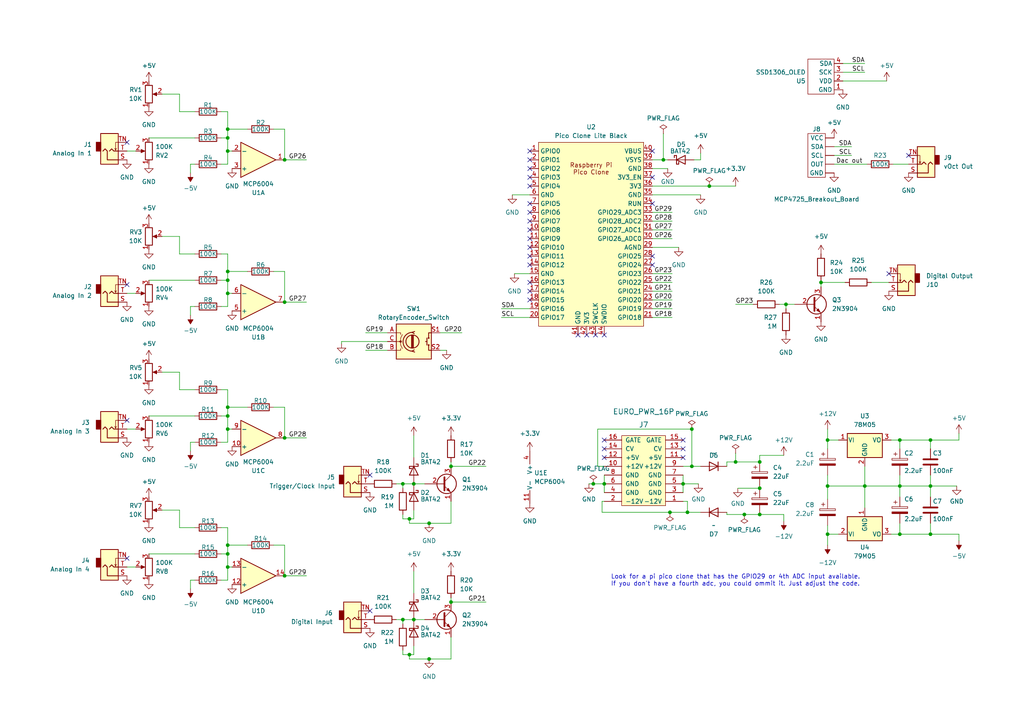
<source format=kicad_sch>
(kicad_sch (version 20230121) (generator eeschema)
  (paper "A4")
  (title_block (title "Pi Pico Random Looping Sequencer") (date "2025-03-12") (rev "0.1.0") (company "DIYSynthMNL") (comment 1 "Designed by Neo Recasata"))
  (junction (at 66.04 85.09))
  (junction (at 240.03 127.635))
  (junction (at 250.825 140.97))
  (junction (at 66.04 40.005))
  (junction (at 124.46 151.765))
  (junction (at 227.965 88.265))
  (junction (at 118.745 150.495))
  (junction (at 172.085 140.335))
  (junction (at 66.04 160.655))
  (junction (at 66.04 164.465))
  (junction (at 240.03 140.97))
  (junction (at 66.04 81.28))
  (junction (at 66.04 158.115))
  (junction (at 192.405 46.355))
  (junction (at 120.015 140.335))
  (junction (at 175.26 140.335))
  (junction (at 220.345 141.605))
  (junction (at 66.04 43.815))
  (junction (at 220.345 149.225))
  (junction (at 124.46 191.135))
  (junction (at 82.55 87.63))
  (junction (at 82.55 46.355))
  (junction (at 82.55 167.005))
  (junction (at 269.875 127.635))
  (junction (at 82.55 127))
  (junction (at 66.04 118.11))
  (junction (at 116.84 179.705))
  (junction (at 200.66 135.255))
  (junction (at 66.04 78.74))
  (junction (at 260.985 140.97))
  (junction (at 260.985 154.94))
  (junction (at 116.84 140.335))
  (junction (at 120.015 179.705))
  (junction (at 215.9 149.225))
  (junction (at 260.985 127.635))
  (junction (at 220.345 133.985))
  (junction (at 66.04 124.46))
  (junction (at 269.875 140.97))
  (junction (at 238.125 81.915))
  (junction (at 198.12 140.335))
  (junction (at 199.39 148.59))
  (junction (at 240.03 154.94))
  (junction (at 118.745 189.865))
  (junction (at 213.36 133.985))
  (junction (at 269.875 154.94))
  (junction (at 130.81 174.625))
  (junction (at 130.81 135.255))
  (junction (at 200.66 124.46))
  (junction (at 205.74 53.975))
  (junction (at 194.31 148.59))
  (junction (at 66.04 37.465))
  (junction (at 66.04 120.65))
  (no_connect (at 36.83 121.92))
  (no_connect (at 153.67 51.435))
  (no_connect (at 153.67 64.135))
  (no_connect (at 175.26 130.175))
  (no_connect (at 175.26 97.155))
  (no_connect (at 189.23 43.815))
  (no_connect (at 153.67 43.815))
  (no_connect (at 153.67 71.755))
  (no_connect (at 198.12 127.635))
  (no_connect (at 167.64 97.155))
  (no_connect (at 153.67 69.215))
  (no_connect (at 170.18 97.155))
  (no_connect (at 172.72 97.155))
  (no_connect (at 175.26 132.715))
  (no_connect (at 153.67 66.675))
  (no_connect (at 263.525 45.085))
  (no_connect (at 198.12 130.175))
  (no_connect (at 189.23 51.435))
  (no_connect (at 257.81 79.375))
  (no_connect (at 153.67 53.975))
  (no_connect (at 153.67 61.595))
  (no_connect (at 153.67 81.915))
  (no_connect (at 189.23 76.835))
  (no_connect (at 107.315 137.795))
  (no_connect (at 107.315 177.165))
  (no_connect (at 153.67 84.455))
  (no_connect (at 36.83 41.275))
  (no_connect (at 175.26 127.635))
  (no_connect (at 189.23 59.055))
  (no_connect (at 153.67 86.995))
  (no_connect (at 198.12 132.715))
  (no_connect (at 36.83 82.55))
  (no_connect (at 153.67 48.895))
  (no_connect (at 153.67 46.355))
  (no_connect (at 153.67 74.295))
  (no_connect (at 36.83 161.925))
  (no_connect (at 153.67 59.055))
  (no_connect (at 153.67 76.835))
  (no_connect (at 189.23 74.295))
  (wire (pts (xy 66.04 88.9) (xy 66.04 85.09)))
  (wire (pts (xy 269.875 140.97) (xy 269.875 144.145)))
  (wire (pts (xy 175.26 145.415) (xy 174.625 145.415)))
  (wire (pts (xy 260.985 127.635) (xy 260.985 130.175)))
  (wire (pts (xy 52.07 32.385) (xy 56.515 32.385)))
  (wire (pts (xy 199.39 148.59) (xy 199.39 145.415)))
  (wire (pts (xy 52.07 153.035) (xy 56.515 153.035)))
  (wire (pts (xy 269.875 154.94) (xy 278.13 154.94)))
  (wire (pts (xy 71.755 37.465) (xy 66.04 37.465)))
  (wire (pts (xy 205.74 53.975) (xy 213.36 53.975)))
  (wire (pts (xy 189.23 69.215) (xy 194.945 69.215)))
  (wire (pts (xy 116.84 150.495) (xy 118.745 150.495)))
  (wire (pts (xy 130.81 133.985) (xy 130.81 135.255)))
  (wire (pts (xy 203.2 44.45) (xy 203.2 46.355)))
  (wire (pts (xy 52.07 73.66) (xy 56.515 73.66)))
  (wire (pts (xy 252.73 81.915) (xy 257.81 81.915)))
  (wire (pts (xy 36.83 43.815) (xy 39.37 43.815)))
  (wire (pts (xy 175.26 140.335) (xy 175.26 142.875)))
  (wire (pts (xy 99.06 99.06) (xy 99.06 99.695)))
  (wire (pts (xy 240.03 124.46) (xy 240.03 127.635)))
  (wire (pts (xy 55.245 47.625) (xy 55.245 50.165)))
  (wire (pts (xy 189.23 84.455) (xy 194.945 84.455)))
  (wire (pts (xy 213.36 88.265) (xy 218.44 88.265)))
  (wire (pts (xy 116.84 189.865) (xy 118.745 189.865)))
  (wire (pts (xy 64.135 47.625) (xy 66.04 47.625)))
  (wire (pts (xy 240.03 152.4) (xy 240.03 154.94)))
  (wire (pts (xy 174.625 148.59) (xy 194.31 148.59)))
  (wire (pts (xy 241.935 42.545) (xy 247.015 42.545)))
  (wire (pts (xy 227.965 88.265) (xy 227.965 89.535)))
  (wire (pts (xy 130.81 173.355) (xy 130.81 174.625)))
  (wire (pts (xy 46.99 27.305) (xy 52.07 27.305)))
  (wire (pts (xy 189.23 79.375) (xy 194.945 79.375)))
  (wire (pts (xy 173.355 135.255) (xy 173.355 124.46)))
  (wire (pts (xy 269.875 137.795) (xy 269.875 140.97)))
  (wire (pts (xy 240.03 130.175) (xy 240.03 127.635)))
  (wire (pts (xy 240.03 154.94) (xy 243.205 154.94)))
  (wire (pts (xy 118.745 189.865) (xy 120.015 189.865)))
  (wire (pts (xy 260.985 154.94) (xy 258.445 154.94)))
  (wire (pts (xy 130.81 184.785) (xy 130.81 191.135)))
  (wire (pts (xy 67.31 85.09) (xy 66.04 85.09)))
  (wire (pts (xy 66.04 78.74) (xy 66.04 81.28)))
  (wire (pts (xy 127.635 101.6) (xy 129.54 101.6)))
  (wire (pts (xy 64.135 153.035) (xy 66.04 153.035)))
  (wire (pts (xy 258.445 127.635) (xy 260.985 127.635)))
  (wire (pts (xy 240.03 137.795) (xy 240.03 140.97)))
  (wire (pts (xy 130.81 135.255) (xy 140.97 135.255)))
  (wire (pts (xy 175.26 137.795) (xy 175.26 140.335)))
  (wire (pts (xy 250.825 135.255) (xy 250.825 140.97)))
  (wire (pts (xy 79.375 118.11) (xy 82.55 118.11)))
  (wire (pts (xy 64.135 32.385) (xy 66.04 32.385)))
  (wire (pts (xy 64.135 120.65) (xy 66.04 120.65)))
  (wire (pts (xy 278.13 125.73) (xy 278.13 127.635)))
  (wire (pts (xy 260.985 140.97) (xy 250.825 140.97)))
  (wire (pts (xy 82.55 37.465) (xy 82.55 46.355)))
  (wire (pts (xy 66.04 120.65) (xy 66.04 124.46)))
  (wire (pts (xy 153.67 89.535) (xy 145.415 89.535)))
  (wire (pts (xy 189.23 53.975) (xy 205.74 53.975)))
  (wire (pts (xy 67.31 124.46) (xy 66.04 124.46)))
  (wire (pts (xy 82.55 167.005) (xy 88.9 167.005)))
  (wire (pts (xy 238.125 81.915) (xy 245.11 81.915)))
  (wire (pts (xy 203.2 46.355) (xy 201.295 46.355)))
  (wire (pts (xy 36.83 124.46) (xy 39.37 124.46)))
  (wire (pts (xy 227.33 149.225) (xy 220.345 149.225)))
  (wire (pts (xy 116.84 179.705) (xy 114.935 179.705)))
  (wire (pts (xy 66.04 168.275) (xy 66.04 164.465)))
  (wire (pts (xy 82.55 87.63) (xy 88.9 87.63)))
  (wire (pts (xy 116.84 140.335) (xy 114.935 140.335)))
  (wire (pts (xy 64.135 81.28) (xy 66.04 81.28)))
  (wire (pts (xy 269.875 127.635) (xy 278.13 127.635)))
  (wire (pts (xy 153.67 92.075) (xy 145.415 92.075)))
  (wire (pts (xy 67.31 43.815) (xy 66.04 43.815)))
  (wire (pts (xy 82.55 127) (xy 88.9 127)))
  (wire (pts (xy 82.55 118.11) (xy 82.55 127)))
  (wire (pts (xy 56.515 88.9) (xy 55.245 88.9)))
  (wire (pts (xy 82.55 78.74) (xy 82.55 87.63)))
  (wire (pts (xy 118.745 191.135) (xy 124.46 191.135)))
  (wire (pts (xy 52.07 107.95) (xy 52.07 113.03)))
  (wire (pts (xy 260.985 140.97) (xy 269.875 140.97)))
  (wire (pts (xy 118.745 150.495) (xy 118.745 151.765)))
  (wire (pts (xy 66.04 37.465) (xy 66.04 40.005)))
  (wire (pts (xy 175.26 135.255) (xy 173.355 135.255)))
  (wire (pts (xy 194.31 148.59) (xy 199.39 148.59)))
  (wire (pts (xy 240.03 140.97) (xy 250.825 140.97)))
  (wire (pts (xy 210.82 148.59) (xy 210.82 149.225)))
  (wire (pts (xy 106.045 101.6) (xy 112.395 101.6)))
  (wire (pts (xy 36.83 164.465) (xy 39.37 164.465)))
  (wire (pts (xy 43.18 81.28) (xy 56.515 81.28)))
  (wire (pts (xy 55.245 88.9) (xy 55.245 91.44)))
  (wire (pts (xy 269.875 151.765) (xy 269.875 154.94)))
  (wire (pts (xy 193.675 48.895) (xy 189.23 48.895)))
  (wire (pts (xy 66.04 153.035) (xy 66.04 158.115)))
  (wire (pts (xy 120.015 126.365) (xy 120.015 132.715)))
  (wire (pts (xy 189.23 46.355) (xy 192.405 46.355)))
  (wire (pts (xy 52.07 68.58) (xy 52.07 73.66)))
  (wire (pts (xy 241.935 45.085) (xy 247.015 45.085)))
  (wire (pts (xy 127.635 96.52) (xy 133.985 96.52)))
  (wire (pts (xy 46.99 107.95) (xy 52.07 107.95)))
  (wire (pts (xy 199.39 145.415) (xy 198.12 145.415)))
  (wire (pts (xy 148.59 56.515) (xy 153.67 56.515)))
  (wire (pts (xy 64.135 73.66) (xy 66.04 73.66)))
  (wire (pts (xy 36.83 85.09) (xy 39.37 85.09)))
  (wire (pts (xy 52.07 147.955) (xy 52.07 153.035)))
  (wire (pts (xy 244.475 20.955) (xy 250.825 20.955)))
  (wire (pts (xy 170.815 140.335) (xy 172.085 140.335)))
  (wire (pts (xy 198.12 140.335) (xy 198.12 142.875)))
  (wire (pts (xy 220.345 132.08) (xy 220.345 133.985)))
  (wire (pts (xy 79.375 158.115) (xy 82.55 158.115)))
  (wire (pts (xy 260.985 140.97) (xy 260.985 144.145)))
  (wire (pts (xy 120.015 165.735) (xy 120.015 172.085)))
  (wire (pts (xy 118.745 189.865) (xy 118.745 191.135)))
  (wire (pts (xy 189.23 89.535) (xy 194.945 89.535)))
  (wire (pts (xy 112.395 99.06) (xy 99.06 99.06)))
  (wire (pts (xy 198.12 137.795) (xy 198.12 140.335)))
  (wire (pts (xy 64.135 160.655) (xy 66.04 160.655)))
  (wire (pts (xy 200.66 135.255) (xy 203.2 135.255)))
  (wire (pts (xy 269.875 140.97) (xy 277.495 140.97)))
  (wire (pts (xy 240.03 127.635) (xy 243.205 127.635)))
  (wire (pts (xy 189.23 56.515) (xy 203.2 56.515)))
  (wire (pts (xy 118.745 150.495) (xy 120.015 150.495)))
  (wire (pts (xy 66.04 118.11) (xy 66.04 120.65)))
  (wire (pts (xy 189.23 66.675) (xy 194.945 66.675)))
  (wire (pts (xy 259.08 47.625) (xy 263.525 47.625)))
  (wire (pts (xy 241.935 47.625) (xy 251.46 47.625)))
  (wire (pts (xy 66.04 158.115) (xy 66.04 160.655)))
  (wire (pts (xy 52.07 27.305) (xy 52.07 32.385)))
  (wire (pts (xy 269.875 130.175) (xy 269.875 127.635)))
  (wire (pts (xy 200.66 135.255) (xy 198.12 135.255)))
  (wire (pts (xy 240.03 140.97) (xy 240.03 144.78)))
  (wire (pts (xy 198.12 140.335) (xy 202.565 140.335)))
  (wire (pts (xy 189.23 71.755) (xy 196.85 71.755)))
  (wire (pts (xy 250.825 140.97) (xy 250.825 147.32)))
  (wire (pts (xy 213.36 131.445) (xy 213.36 133.985)))
  (wire (pts (xy 66.04 81.28) (xy 66.04 85.09)))
  (wire (pts (xy 203.2 148.59) (xy 199.39 148.59)))
  (wire (pts (xy 64.135 113.03) (xy 66.04 113.03)))
  (wire (pts (xy 130.81 145.415) (xy 130.81 151.765)))
  (wire (pts (xy 120.015 150.495) (xy 120.015 147.955)))
  (wire (pts (xy 227.33 151.13) (xy 227.33 149.225)))
  (wire (pts (xy 116.84 141.605) (xy 116.84 140.335)))
  (wire (pts (xy 124.46 191.135) (xy 130.81 191.135)))
  (wire (pts (xy 116.84 150.495) (xy 116.84 149.225)))
  (wire (pts (xy 189.23 92.075) (xy 194.945 92.075)))
  (wire (pts (xy 173.355 124.46) (xy 200.66 124.46)))
  (wire (pts (xy 210.82 133.985) (xy 213.36 133.985)))
  (wire (pts (xy 210.82 135.255) (xy 210.82 133.985)))
  (wire (pts (xy 66.04 160.655) (xy 66.04 164.465)))
  (wire (pts (xy 269.875 154.94) (xy 260.985 154.94)))
  (wire (pts (xy 260.985 151.765) (xy 260.985 154.94)))
  (wire (pts (xy 213.995 141.605) (xy 220.345 141.605)))
  (wire (pts (xy 189.23 61.595) (xy 194.945 61.595)))
  (wire (pts (xy 66.04 128.27) (xy 66.04 124.46)))
  (wire (pts (xy 71.755 118.11) (xy 66.04 118.11)))
  (wire (pts (xy 64.135 128.27) (xy 66.04 128.27)))
  (wire (pts (xy 116.84 180.975) (xy 116.84 179.705)))
  (wire (pts (xy 244.475 18.415) (xy 250.825 18.415)))
  (wire (pts (xy 189.23 64.135) (xy 194.945 64.135)))
  (wire (pts (xy 64.135 88.9) (xy 66.04 88.9)))
  (wire (pts (xy 118.745 151.765) (xy 124.46 151.765)))
  (wire (pts (xy 120.015 179.705) (xy 116.84 179.705)))
  (wire (pts (xy 120.015 189.865) (xy 120.015 187.325)))
  (wire (pts (xy 66.04 47.625) (xy 66.04 43.815)))
  (wire (pts (xy 123.19 140.335) (xy 120.015 140.335)))
  (wire (pts (xy 116.84 189.865) (xy 116.84 188.595)))
  (wire (pts (xy 52.07 113.03) (xy 56.515 113.03)))
  (wire (pts (xy 79.375 78.74) (xy 82.55 78.74)))
  (wire (pts (xy 269.875 127.635) (xy 260.985 127.635)))
  (wire (pts (xy 226.06 88.265) (xy 227.965 88.265)))
  (wire (pts (xy 240.03 154.94) (xy 240.03 158.115)))
  (wire (pts (xy 55.245 168.275) (xy 55.245 170.815)))
  (wire (pts (xy 66.04 40.005) (xy 66.04 43.815)))
  (wire (pts (xy 66.04 32.385) (xy 66.04 37.465)))
  (wire (pts (xy 192.405 46.355) (xy 193.675 46.355)))
  (wire (pts (xy 238.125 81.28) (xy 238.125 81.915)))
  (wire (pts (xy 189.23 81.915) (xy 194.945 81.915)))
  (wire (pts (xy 189.23 86.995) (xy 194.945 86.995)))
  (wire (pts (xy 66.04 73.66) (xy 66.04 78.74)))
  (wire (pts (xy 56.515 47.625) (xy 55.245 47.625)))
  (wire (pts (xy 227.33 132.08) (xy 220.345 132.08)))
  (wire (pts (xy 64.135 40.005) (xy 66.04 40.005)))
  (wire (pts (xy 82.55 158.115) (xy 82.55 167.005)))
  (wire (pts (xy 56.515 168.275) (xy 55.245 168.275)))
  (wire (pts (xy 278.13 154.94) (xy 278.13 156.845)))
  (wire (pts (xy 71.755 78.74) (xy 66.04 78.74)))
  (wire (pts (xy 215.9 149.225) (xy 220.345 149.225)))
  (wire (pts (xy 106.045 96.52) (xy 112.395 96.52)))
  (wire (pts (xy 174.625 145.415) (xy 174.625 148.59)))
  (wire (pts (xy 71.755 158.115) (xy 66.04 158.115)))
  (wire (pts (xy 43.18 40.005) (xy 56.515 40.005)))
  (wire (pts (xy 172.085 140.335) (xy 175.26 140.335)))
  (wire (pts (xy 210.82 149.225) (xy 215.9 149.225)))
  (wire (pts (xy 79.375 37.465) (xy 82.55 37.465)))
  (wire (pts (xy 67.31 164.465) (xy 66.04 164.465)))
  (wire (pts (xy 46.99 68.58) (xy 52.07 68.58)))
  (wire (pts (xy 149.225 79.375) (xy 153.67 79.375)))
  (wire (pts (xy 244.475 23.495) (xy 257.175 23.495)))
  (wire (pts (xy 238.125 81.915) (xy 238.125 83.185)))
  (wire (pts (xy 64.135 168.275) (xy 66.04 168.275)))
  (wire (pts (xy 192.405 38.735) (xy 192.405 46.355)))
  (wire (pts (xy 43.18 120.65) (xy 56.515 120.65)))
  (wire (pts (xy 130.81 174.625) (xy 140.97 174.625)))
  (wire (pts (xy 124.46 151.765) (xy 130.81 151.765)))
  (wire (pts (xy 55.245 128.27) (xy 55.245 130.81)))
  (wire (pts (xy 123.19 179.705) (xy 120.015 179.705)))
  (wire (pts (xy 227.965 88.265) (xy 230.505 88.265)))
  (wire (pts (xy 260.985 137.795) (xy 260.985 140.97)))
  (wire (pts (xy 46.99 147.955) (xy 52.07 147.955)))
  (wire (pts (xy 43.18 160.655) (xy 56.515 160.655)))
  (wire (pts (xy 66.04 113.03) (xy 66.04 118.11)))
  (wire (pts (xy 82.55 46.355) (xy 88.9 46.355)))
  (wire (pts (xy 120.015 140.335) (xy 116.84 140.335)))
  (wire (pts (xy 200.66 124.46) (xy 200.66 135.255)))
  (wire (pts (xy 213.36 133.985) (xy 220.345 133.985)))
  (wire (pts (xy 56.515 128.27) (xy 55.245 128.27)))
  (text "Look for a pi pico clone that has the GPIO29 or 4th ADC input available.\nIf you don't have a fourth adc, you could ommit it. Just adjust the code." (at 177.165 170.18 0) (effects (font (size 1.27 1.27)) (justify left bottom)))
  (label "SCL" (at 247.015 45.085 180))
  (label "Dac out" (at 250.19 47.625 180))
  (label "GP23" (at 194.945 79.375 180))
  (label "GP27" (at 194.945 66.675 180))
  (label "GP29" (at 194.945 61.595 180))
  (label "SCL" (at 250.825 20.955 180))
  (label "SDA" (at 247.015 42.545 180))
  (label "GP21" (at 140.97 174.625 180))
  (label "GP21" (at 194.945 84.455 180))
  (label "GP20" (at 194.945 86.995 180))
  (label "GP29" (at 88.9 167.005 180))
  (label "GP23" (at 213.36 88.265 0))
  (label "SDA" (at 145.415 89.535 0))
  (label "GP19" (at 194.945 89.535 180))
  (label "GP20" (at 133.985 96.52 180))
  (label "GP18" (at 106.045 101.6 0))
  (label "GP26" (at 194.945 69.215 180))
  (label "GP22" (at 140.97 135.255 180))
  (label "GP28" (at 88.9 127 180))
  (label "GP26" (at 88.9 46.355 180))
  (label "GP19" (at 106.045 96.52 0))
  (label "GP27" (at 88.9 87.63 180))
  (label "GP22" (at 194.945 81.915 180))
  (label "SDA" (at 250.825 18.415 180))
  (label "GP28" (at 194.945 64.135 180))
  (label "SCL" (at 145.415 92.075 0))
  (label "GP18" (at 194.945 92.075 180))
  (symbol (lib_id "Device:R") (at 60.325 168.275 90) (mirror x) (unit 1)
    (property "Reference" "R16" (at 60.325 166.37 90))
    (property "Value" "100K" (at 60.325 168.275 90))
    (property "Footprint" "DIYSynthMNL:R_quarter_watt_L6.3mm_D2.5mm_P7.62mm" (effects hide))
  )
  (symbol (lib_id "DIYSynthMNL:PJ3001F") (at 31.75 164.465 0) (mirror x) (unit 1)
    (property "Reference" "J4" (at 26.035 162.56 0) (effects (justify right)))
    (property "Value" "Analog In 4" (at 26.035 165.1 0) (effects (justify right)))
    (property "Footprint" "DIYSynthMNL:AudioJack_3.5mm_long_pads" (effects hide))
  )
  (symbol (lib_id "power:+5V") (at 238.125 73.66 0) (unit 1)
    (property "Reference" "#PWR020" (effects hide))
    (property "Value" "+5V" (at 238.125 68.58 0))
  )
  (symbol (lib_id "power:GND") (at 227.965 97.155 0) (unit 1)
    (property "Reference" "#PWR028" (effects hide))
    (property "Value" "GND" (at 227.965 102.235 0))
  )
  (symbol (lib_id "power:+5V") (at 43.18 144.145 0) (unit 1)
    (property "Reference" "#PWR048" (effects hide))
    (property "Value" "+5V" (at 43.18 139.7 0))
  )
  (symbol (lib_id "power:GND") (at 193.675 48.895 0) (unit 1)
    (property "Reference" "#PWR09" (effects hide))
    (property "Value" "GND" (at 193.675 52.705 0))
  )
  (symbol (lib_id "Device:R") (at 75.565 78.74 90) (unit 1)
    (property "Reference" "R6" (at 75.565 76.835 90))
    (property "Value" "100K" (at 75.565 78.74 90))
    (property "Footprint" "DIYSynthMNL:R_quarter_watt_L6.3mm_D2.5mm_P7.62mm" (effects hide))
  )
  (symbol (lib_id "Device:R_Potentiometer") (at 43.18 147.955 0) (mirror x) (unit 1)
    (property "Reference" "RV7" (at 41.275 146.685 0) (effects (justify right)))
    (property "Value" "10K" (at 41.275 149.225 0) (effects (justify right)))
  )
  (symbol (lib_id "Device:R") (at 130.81 169.545 0) (unit 1)
    (property "Reference" "R20" (at 133.35 168.275 0) (effects (justify left)))
    (property "Value" "10K" (at 133.35 170.815 0) (effects (justify left)))
    (property "Footprint" "DIYSynthMNL:R_quarter_watt_L6.3mm_D2.5mm_P7.62mm" (effects hide))
  )
  (symbol (lib_id "Transistor_BJT:2N3904") (at 128.27 140.335 0) (unit 1)
    (property "Reference" "Q1" (at 133.985 139.065 0) (effects (justify left)))
    (property "Value" "2N3904" (at 133.985 141.605 0) (effects (justify left)))
    (property "Footprint" "Package_TO_SOT_THT:TO-92_Inline" (effects hide))
    (property "Datasheet" "https://www.onsemi.com/pub/Collateral/2N3903-D.PDF" (effects hide))
  )
  (symbol (lib_id "DIYSynthMNL:EURO_PWR_16_PIN") (at 186.69 140.335 0) (unit 1)
    (property "Reference" "J7" (at 186.69 123.19 0) (effects (font (size 1.524 1.524))))
    (property "Value" "EURO_PWR_16P" (at 186.69 119.38 0) (effects (font (size 1.524 1.524))))
    (property "Footprint" "DIYSynthMNL:IDC-Header_2x08_P2.54mm_Vertical" (effects hide))
  )
  (symbol (lib_id "power:GND") (at 36.83 127 0) (unit 1)
    (property "Reference" "#PWR037" (effects hide))
    (property "Value" "GND" (at 36.83 132.08 0))
  )
  (symbol (lib_id "power:GND") (at 43.18 151.765 0) (unit 1)
    (property "Reference" "#PWR051" (effects hide))
    (property "Value" "GND" (at 43.18 156.845 0))
  )
  (symbol (lib_id "power:GND") (at 257.81 84.455 0) (unit 1)
    (property "Reference" "#PWR022" (effects hide))
    (property "Value" "GND" (at 257.81 89.535 0))
  )
  (symbol (lib_id "DIYSynthMNL:PJ3001F") (at 102.235 179.705 0) (mirror x) (unit 1)
    (property "Reference" "J6" (at 96.52 177.8 0) (effects (justify right)))
    (property "Value" "Digital Input" (at 96.52 180.34 0) (effects (justify right)))
    (property "Footprint" "DIYSynthMNL:AudioJack_3.5mm_long_pads" (effects hide))
  )
  (symbol (lib_id "power:+3.3V") (at 213.36 53.975 0) (unit 1)
    (property "Reference" "#PWR014" (effects hide))
    (property "Value" "+3.3V" (at 213.36 48.895 0))
  )
  (symbol (lib_id "Diode:BAT42") (at 120.015 183.515 270) (unit 1)
    (property "Reference" "D4" (at 121.92 182.245 90) (effects (justify left)))
    (property "Value" "BAT42" (at 121.92 184.15 90) (effects (justify left)))
    (property "Footprint" "Diode_THT:D_DO-35_SOD27_P7.62mm_Horizontal" (effects hide))
    (property "Datasheet" "http://www.vishay.com/docs/85660/bat42.pdf" (effects hide))
  )
  (symbol (lib_id "power:GND") (at 43.18 31.115 0) (unit 1)
    (property "Reference" "#PWR04" (effects hide))
    (property "Value" "GND" (at 43.18 36.195 0))
  )
  (symbol (lib_id "power:GND") (at 202.565 140.335 0) (unit 1)
    (property "Reference" "#PWR044" (effects hide))
    (property "Value" "GND" (at 202.565 144.78 0))
  )
  (symbol (lib_id "Device:R") (at 75.565 37.465 90) (unit 1)
    (property "Reference" "R2" (at 75.565 35.56 90))
    (property "Value" "100K" (at 75.565 37.465 90))
    (property "Footprint" "DIYSynthMNL:R_quarter_watt_L6.3mm_D2.5mm_P7.62mm" (effects hide))
  )
  (symbol (lib_id "power:GND") (at 43.18 168.275 0) (unit 1)
    (property "Reference" "#PWR058" (effects hide))
    (property "Value" "GND" (at 43.18 173.355 0))
  )
  (symbol (lib_id "Diode:BAT42") (at 197.485 46.355 0) (unit 1)
    (property "Reference" "D5" (at 196.215 41.91 0) (effects (justify left)))
    (property "Value" "BAT42" (at 194.31 43.815 0) (effects (justify left)))
    (property "Footprint" "Diode_THT:D_DO-35_SOD27_P7.62mm_Horizontal" (effects hide))
    (property "Datasheet" "http://www.vishay.com/docs/85660/bat42.pdf" (effects hide))
  )
  (symbol (lib_id "Device:R_Potentiometer") (at 43.18 43.815 180) (unit 1)
    (property "Reference" "RV2" (at 45.085 45.085 0) (effects (justify right)))
    (property "Value" "100K" (at 45.085 42.545 0) (effects (justify right)))
  )
  (symbol (lib_id "power:+5V") (at 241.935 40.005 0) (unit 1)
    (property "Reference" "#PWR05" (effects hide))
    (property "Value" "+5V" (at 241.935 35.56 0))
  )
  (symbol (lib_id "Device:D") (at 207.01 148.59 0) (mirror x) (unit 1)
    (property "Reference" "D7" (at 207.01 154.94 0))
    (property "Value" "~" (at 207.01 152.4 0))
    (property "Footprint" "DIYSynthMNL:D_DO-41_SOD81_P7.62mm_Horizontal_BigPads" (effects hide))
    (property "Sim.Device" "D" (effects hide))
    (property "Sim.Pins" "1=K 2=A" (effects hide))
  )
  (symbol (lib_id "power:GND") (at 67.31 169.545 0) (unit 1)
    (property "Reference" "#PWR059" (effects hide))
    (property "Value" "GND" (at 67.31 174.625 0))
  )
  (symbol (lib_id "Device:R") (at 60.325 81.28 90) (mirror x) (unit 1)
    (property "Reference" "R7" (at 60.325 79.375 90))
    (property "Value" "100K" (at 60.325 81.28 90))
    (property "Footprint" "DIYSynthMNL:R_quarter_watt_L6.3mm_D2.5mm_P7.62mm" (effects hide))
  )
  (symbol (lib_id "power:GND") (at 107.315 142.875 0) (unit 1)
    (property "Reference" "#PWR047" (effects hide))
    (property "Value" "GND" (at 107.315 147.955 0))
  )
  (symbol (lib_id "Device:R") (at 116.84 184.785 0) (unit 1)
    (property "Reference" "R22" (at 114.3 183.515 0) (effects (justify right)))
    (property "Value" "1M" (at 114.3 186.055 0) (effects (justify right)))
    (property "Footprint" "DIYSynthMNL:R_quarter_watt_L6.3mm_D2.5mm_P7.62mm" (effects hide))
  )
  (symbol (lib_id "Device:C_Polarized") (at 220.345 137.795 0) (unit 1)
    (property "Reference" "C4" (at 224.155 135.636 0) (effects (justify left)))
    (property "Value" "22uF" (at 224.155 138.176 0) (effects (justify left)))
    (property "Footprint" "DIYSynthMNL:CP_Radial_D4.0mm_P1.50mm" (effects hide))
  )
  (symbol (lib_id "power:GND") (at 263.525 50.165 0) (unit 1)
    (property "Reference" "#PWR013" (effects hide))
    (property "Value" "GND" (at 263.525 55.245 0))
  )
  (symbol (lib_id "power:+5V") (at 203.2 44.45 0) (unit 1)
    (property "Reference" "#PWR06" (effects hide))
    (property "Value" "+5V" (at 203.2 39.37 0))
  )
  (symbol (lib_id "Device:R") (at 75.565 118.11 90) (unit 1)
    (property "Reference" "R10" (at 75.565 116.205 90))
    (property "Value" "100K" (at 75.565 118.11 90))
    (property "Footprint" "DIYSynthMNL:R_quarter_watt_L6.3mm_D2.5mm_P7.62mm" (effects hide))
  )
  (symbol (lib_id "DIYSynthMNL:PJ3001F") (at 262.89 81.915 180) (unit 1)
    (property "Reference" "J10" (at 268.605 82.55 0) (effects (justify right)))
    (property "Value" "Digital Output" (at 268.605 80.01 0) (effects (justify right)))
    (property "Footprint" "DIYSynthMNL:AudioJack_3.5mm_long_pads" (effects hide))
  )
  (symbol (lib_id "power:GND") (at 241.935 50.165 0) (unit 1)
    (property "Reference" "#PWR012" (effects hide))
    (property "Value" "GND" (at 241.935 55.245 0))
  )
  (symbol (lib_id "power:GND") (at 277.495 140.97 0) (unit 1)
    (property "Reference" "#PWR045" (effects hide))
    (property "Value" "GND" (at 277.495 145.415 0))
  )
  (symbol (lib_id "Device:C_Polarized") (at 220.345 145.415 0) (unit 1)
    (property "Reference" "C5" (at 224.155 143.256 0) (effects (justify left)))
    (property "Value" "22uF" (at 224.155 145.796 0) (effects (justify left)))
    (property "Footprint" "DIYSynthMNL:CP_Radial_D4.0mm_P1.50mm" (effects hide))
  )
  (symbol (lib_id "Device:R") (at 255.27 47.625 90) (unit 1)
    (property "Reference" "R23" (at 255.27 45.085 90))
    (property "Value" "100K" (at 255.27 47.625 90))
  )
  (symbol (lib_id "power:GND") (at 67.31 48.895 0) (unit 1)
    (property "Reference" "#PWR010" (effects hide))
    (property "Value" "GND" (at 67.31 53.975 0))
  )
  (symbol (lib_id "Device:D") (at 207.01 135.255 180) (unit 1)
    (property "Reference" "D6" (at 207.01 132.08 0))
    (property "Value" "~" (at 207.01 131.445 0))
    (property "Footprint" "DIYSynthMNL:D_DO-41_SOD81_P7.62mm_Horizontal_BigPads" (effects hide))
    (property "Sim.Device" "D" (effects hide))
    (property "Sim.Pins" "1=K 2=A" (effects hide))
  )
  (symbol (lib_id "Device:R") (at 60.325 120.65 90) (mirror x) (unit 1)
    (property "Reference" "R11" (at 60.325 118.745 90))
    (property "Value" "100K" (at 60.325 120.65 90))
    (property "Footprint" "DIYSynthMNL:R_quarter_watt_L6.3mm_D2.5mm_P7.62mm" (effects hide))
  )
  (symbol (lib_id "power:GND") (at 129.54 101.6 0) (unit 1)
    (property "Reference" "#PWR030" (effects hide))
    (property "Value" "GND" (at 129.54 106.68 0))
  )
  (symbol (lib_id "power:-5V") (at 55.245 50.165 180) (unit 1)
    (property "Reference" "#PWR011" (effects hide))
    (property "Value" "-5V" (at 55.245 54.61 0))
  )
  (symbol (lib_id "Device:RotaryEncoder_Switch") (at 120.015 99.06 0) (unit 1)
    (property "Reference" "SW1" (at 120.015 89.535 0))
    (property "Value" "RotaryEncoder_Switch" (at 120.015 92.075 0))
  )
  (symbol (lib_id "power:PWR_FLAG") (at 194.31 148.59 180) (unit 1)
    (property "Reference" "#FLG03" (effects hide))
    (property "Value" "PWR_FLAG" (at 194.31 153.035 0))
  )
  (symbol (lib_id "Device:R_Potentiometer") (at 43.18 164.465 180) (unit 1)
    (property "Reference" "RV8" (at 45.085 165.735 0) (effects (justify right)))
    (property "Value" "100K" (at 45.085 163.195 0) (effects (justify right)))
  )
  (symbol (lib_id "Device:R") (at 60.325 73.66 90) (unit 1)
    (property "Reference" "R5" (at 60.325 71.755 90))
    (property "Value" "100K" (at 60.325 73.66 90))
    (property "Footprint" "DIYSynthMNL:R_quarter_watt_L6.3mm_D2.5mm_P7.62mm" (effects hide))
  )
  (symbol (lib_id "Device:R") (at 60.325 47.625 90) (mirror x) (unit 1)
    (property "Reference" "R4" (at 60.325 45.72 90))
    (property "Value" "100K" (at 60.325 47.625 90))
    (property "Footprint" "DIYSynthMNL:R_quarter_watt_L6.3mm_D2.5mm_P7.62mm" (effects hide))
  )
  (symbol (lib_id "power:+3.3V") (at 153.67 130.81 0) (unit 1)
    (property "Reference" "#PWR041" (effects hide))
    (property "Value" "+3.3V" (at 153.67 125.73 0))
  )
  (symbol (lib_id "Device:R") (at 130.81 130.175 0) (unit 1)
    (property "Reference" "R17" (at 133.35 128.905 0) (effects (justify left)))
    (property "Value" "10K" (at 133.35 131.445 0) (effects (justify left)))
    (property "Footprint" "DIYSynthMNL:R_quarter_watt_L6.3mm_D2.5mm_P7.62mm" (effects hide))
  )
  (symbol (lib_id "power:PWR_FLAG") (at 200.66 124.46 0) (unit 1)
    (property "Reference" "#FLG01" (effects hide))
    (property "Value" "PWR_FLAG" (at 200.66 120.015 0))
  )
  (symbol (lib_id "power:-5V") (at 55.245 91.44 180) (unit 1)
    (property "Reference" "#PWR026" (effects hide))
    (property "Value" "-5V" (at 55.245 95.885 0))
  )
  (symbol (lib_id "benjiaomodular:SSD1603_OLED") (at 239.395 29.845 180) (unit 1)
    (property "Reference" "U5" (at 233.68 23.495 0) (effects (justify left)))
    (property "Value" "SSD1306_OLED" (at 233.68 20.955 0) (effects (justify left)))
  )
  (symbol (lib_id "power:PWR_FLAG") (at 213.36 131.445 0) (unit 1)
    (property "Reference" "#FLG02" (effects hide))
    (property "Value" "PWR_FLAG" (at 213.36 127 0))
  )
  (symbol (lib_id "power:-5V") (at 55.245 170.815 180) (unit 1)
    (property "Reference" "#PWR060" (effects hide))
    (property "Value" "-5V" (at 55.245 175.26 0))
  )
  (symbol (lib_id "Device:R_Potentiometer") (at 43.18 68.58 0) (mirror x) (unit 1)
    (property "Reference" "RV3" (at 41.275 67.31 0) (effects (justify right)))
    (property "Value" "10K" (at 41.275 69.85 0) (effects (justify right)))
  )
  (symbol (lib_id "power:GND") (at 149.225 79.375 0) (unit 1)
    (property "Reference" "#PWR021" (effects hide))
    (property "Value" "GND" (at 149.225 84.455 0))
  )
  (symbol (lib_id "power:GND") (at 244.475 26.035 0) (unit 1)
    (property "Reference" "#PWR03" (effects hide))
    (property "Value" "GND" (at 244.475 31.115 0))
  )
  (symbol (lib_id "power:-12V") (at 227.33 151.13 180) (unit 1)
    (property "Reference" "#PWR050" (effects hide))
    (property "Value" "-12V" (at 227.33 155.575 0))
  )
  (symbol (lib_id "Device:R_Potentiometer") (at 43.18 107.95 0) (mirror x) (unit 1)
    (property "Reference" "RV5" (at 41.275 106.68 0) (effects (justify right)))
    (property "Value" "10K" (at 41.275 109.22 0) (effects (justify right)))
  )
  (symbol (lib_id "power:GND") (at 153.67 146.05 0) (unit 1)
    (property "Reference" "#PWR049" (effects hide))
    (property "Value" "GND" (at 153.67 151.13 0))
  )
  (symbol (lib_id "Device:R") (at 227.965 93.345 0) (unit 1)
    (property "Reference" "R27" (at 225.425 92.075 0) (effects (justify right)))
    (property "Value" "1M" (at 225.425 94.615 0) (effects (justify right)))
    (property "Footprint" "DIYSynthMNL:R_quarter_watt_L6.3mm_D2.5mm_P7.62mm" (effects hide))
  )
  (symbol (lib_id "Diode:BAT42") (at 120.015 175.895 270) (unit 1)
    (property "Reference" "D3" (at 121.92 171.45 90) (effects (justify left)))
    (property "Value" "BAT42" (at 121.92 173.355 90) (effects (justify left)))
    (property "Footprint" "Diode_THT:D_DO-35_SOD27_P7.62mm_Horizontal" (effects hide))
    (property "Datasheet" "http://www.vishay.com/docs/85660/bat42.pdf" (effects hide))
  )
  (symbol (lib_id "power:-5V") (at 55.245 130.81 180) (unit 1)
    (property "Reference" "#PWR040" (effects hide))
    (property "Value" "-5V" (at 55.245 135.255 0))
  )
  (symbol (lib_id "Device:C_Polarized") (at 260.985 147.955 0) (unit 1)
    (property "Reference" "C6" (at 262.255 144.78 0) (effects (justify left)))
    (property "Value" "2.2uF" (at 262.255 150.495 0) (effects (justify left)))
    (property "Footprint" "DIYSynthMNL:CP_Radial_D5.0mm_P2.50mm" (effects hide))
  )
  (symbol (lib_id "power:GND") (at 148.59 56.515 0) (unit 1)
    (property "Reference" "#PWR015" (effects hide))
    (property "Value" "GND" (at 148.59 61.595 0))
  )
  (symbol (lib_id "DIYSynthMNL:Pico Clone Lite Black") (at 171.45 67.945 0) (unit 1)
    (property "Reference" "U2" (at 171.45 36.83 0))
    (property "Value" "Pico Clone Lite Black" (at 171.45 39.37 0))
    (property "Footprint" "RPi_Pico:RPi_Pico_SMD_TH" (effects hide))
  )
  (symbol (lib_id "Device:R") (at 111.125 140.335 90) (unit 1)
    (property "Reference" "R18" (at 111.125 133.985 90))
    (property "Value" "100K" (at 111.125 136.525 90))
    (property "Footprint" "DIYSynthMNL:R_quarter_watt_L6.3mm_D2.5mm_P7.62mm" (effects hide))
  )
  (symbol (lib_id "power:+12V") (at 240.03 124.46 0) (unit 1)
    (property "Reference" "#PWR033" (effects hide))
    (property "Value" "+12V" (at 240.03 120.015 0))
  )
  (symbol (lib_id "power:+5V") (at 120.015 165.735 0) (unit 1)
    (property "Reference" "#PWR055" (effects hide))
    (property "Value" "+5V" (at 120.015 160.655 0))
  )
  (symbol (lib_id "power:+5V") (at 43.18 64.77 0) (unit 1)
    (property "Reference" "#PWR017" (effects hide))
    (property "Value" "+5V" (at 43.18 60.325 0))
  )
  (symbol (lib_id "Device:R") (at 248.92 81.915 270) (unit 1)
    (property "Reference" "R25" (at 248.92 75.565 90))
    (property "Value" "100K" (at 248.92 78.105 90))
    (property "Footprint" "DIYSynthMNL:R_quarter_watt_L6.3mm_D2.5mm_P7.62mm" (effects hide))
  )
  (symbol (lib_id "power:PWR_FLAG") (at 192.405 38.735 0) (unit 1)
    (property "Reference" "#FLG07" (effects hide))
    (property "Value" "PWR_FLAG" (at 192.405 34.29 0))
  )
  (symbol (lib_id "power:PWR_FLAG") (at 205.74 53.975 0) (unit 1)
    (property "Reference" "#FLG06" (effects hide))
    (property "Value" "PWR_FLAG" (at 205.74 49.53 0))
  )
  (symbol (lib_id "power:GND") (at 196.85 71.755 0) (unit 1)
    (property "Reference" "#PWR018" (effects hide))
    (property "Value" "GND" (at 196.85 76.835 0))
  )
  (symbol (lib_id "power:+5V") (at 120.015 126.365 0) (unit 1)
    (property "Reference" "#PWR035" (effects hide))
    (property "Value" "+5V" (at 120.015 121.285 0))
  )
  (symbol (lib_id "power:GND") (at 238.125 93.345 0) (unit 1)
    (property "Reference" "#PWR027" (effects hide))
    (property "Value" "GND" (at 238.125 98.425 0))
  )
  (symbol (lib_id "Device:R") (at 60.325 128.27 90) (mirror x) (unit 1)
    (property "Reference" "R12" (at 60.325 126.365 90))
    (property "Value" "100K" (at 60.325 128.27 90))
    (property "Footprint" "DIYSynthMNL:R_quarter_watt_L6.3mm_D2.5mm_P7.62mm" (effects hide))
  )
  (symbol (lib_id "Device:R_Potentiometer") (at 43.18 85.09 180) (unit 1)
    (property "Reference" "RV4" (at 45.085 86.36 0) (effects (justify right)))
    (property "Value" "100K" (at 45.085 83.82 0) (effects (justify right)))
  )
  (symbol (lib_id "Device:R") (at 75.565 158.115 90) (unit 1)
    (property "Reference" "R14" (at 75.565 156.21 90))
    (property "Value" "100K" (at 75.565 158.115 90))
    (property "Footprint" "DIYSynthMNL:R_quarter_watt_L6.3mm_D2.5mm_P7.62mm" (effects hide))
  )
  (symbol (lib_id "Device:R") (at 222.25 88.265 90) (unit 1)
    (property "Reference" "R26" (at 222.25 81.915 90))
    (property "Value" "100K" (at 222.25 84.455 90))
    (property "Footprint" "DIYSynthMNL:R_quarter_watt_L6.3mm_D2.5mm_P7.62mm" (effects hide))
  )
  (symbol (lib_id "power:+3.3V") (at 130.81 165.735 0) (unit 1)
    (property "Reference" "#PWR056" (effects hide))
    (property "Value" "+3.3V" (at 130.81 160.655 0))
  )
  (symbol (lib_id "power:GND") (at 36.83 167.005 0) (unit 1)
    (property "Reference" "#PWR057" (effects hide))
    (property "Value" "GND" (at 36.83 172.085 0))
  )
  (symbol (lib_id "Device:R") (at 116.84 145.415 0) (unit 1)
    (property "Reference" "R19" (at 114.3 144.145 0) (effects (justify right)))
    (property "Value" "1M" (at 114.3 146.685 0) (effects (justify right)))
    (property "Footprint" "DIYSynthMNL:R_quarter_watt_L6.3mm_D2.5mm_P7.62mm" (effects hide))
  )
  (symbol (lib_id "power:GND") (at 124.46 151.765 0) (unit 1)
    (property "Reference" "#PWR052" (effects hide))
    (property "Value" "GND" (at 124.46 156.845 0))
  )
  (symbol (lib_id "power:GND") (at 43.18 111.76 0) (unit 1)
    (property "Reference" "#PWR032" (effects hide))
    (property "Value" "GND" (at 43.18 116.84 0))
  )
  (symbol (lib_id "power:+5V") (at 278.13 125.73 0) (unit 1)
    (property "Reference" "#PWR034" (effects hide))
    (property "Value" "+5V" (at 278.13 121.285 0))
  )
  (symbol (lib_id "power:GND") (at 36.83 46.355 0) (unit 1)
    (property "Reference" "#PWR07" (effects hide))
    (property "Value" "GND" (at 36.83 51.435 0))
  )
  (symbol (lib_id "Device:R") (at 60.325 40.005 90) (mirror x) (unit 1)
    (property "Reference" "R3" (at 60.325 38.1 90))
    (property "Value" "100K" (at 60.325 40.005 90))
    (property "Footprint" "DIYSynthMNL:R_quarter_watt_L6.3mm_D2.5mm_P7.62mm" (effects hide))
  )
  (symbol (lib_id "Device:C_Polarized") (at 240.03 133.985 0) (unit 1)
    (property "Reference" "C1" (at 236.22 131.826 0) (effects (justify right)))
    (property "Value" "2.2uF" (at 236.22 134.366 0) (effects (justify right)))
    (property "Footprint" "DIYSynthMNL:CP_Radial_D5.0mm_P2.50mm" (effects hide))
  )
  (symbol (lib_id "Device:R") (at 238.125 77.47 180) (unit 1)
    (property "Reference" "R24" (at 240.665 76.2 0) (effects (justify right)))
    (property "Value" "10K" (at 240.665 78.74 0) (effects (justify right)))
    (property "Footprint" "DIYSynthMNL:R_quarter_watt_L6.3mm_D2.5mm_P7.62mm" (effects hide))
  )
  (symbol (lib_id "power:GND") (at 107.315 182.245 0) (unit 1)
    (property "Reference" "#PWR061" (effects hide))
    (property "Value" "GND" (at 107.315 187.325 0))
  )
  (symbol (lib_id "Device:C_Polarized") (at 240.03 148.59 0) (unit 1)
    (property "Reference" "C8" (at 236.22 146.431 0) (effects (justify right)))
    (property "Value" "2.2uF" (at 236.22 148.971 0) (effects (justify right)))
    (property "Footprint" "DIYSynthMNL:CP_Radial_D5.0mm_P2.50mm" (effects hide))
  )
  (symbol (lib_id "DIYSynthMNL:PJ3001F") (at 268.605 47.625 180) (unit 1)
    (property "Reference" "J9" (at 273.685 45.72 0) (effects (justify right)))
    (property "Value" "vOct Out" (at 273.685 48.26 0) (effects (justify right)))
    (property "Footprint" "DIYSynthMNL:AudioJack_3.5mm_long_pads" (effects hide))
  )
  (symbol (lib_id "power:PWR_FLAG") (at 215.9 149.225 180) (unit 1)
    (property "Reference" "#FLG04" (effects hide))
    (property "Value" "PWR_FLAG" (at 215.9 153.67 0))
  )
  (symbol (lib_id "DIYSynthMNL:PJ3001F") (at 31.75 43.815 0) (mirror x) (unit 1)
    (property "Reference" "J1" (at 26.67 41.91 0) (effects (justify right)))
    (property "Value" "Analog In 1" (at 26.67 44.45 0) (effects (justify right)))
    (property "Footprint" "DIYSynthMNL:AudioJack_3.5mm_long_pads" (effects hide))
  )
  (symbol (lib_id "Device:R") (at 60.325 160.655 90) (mirror x) (unit 1)
    (property "Reference" "R15" (at 60.325 158.75 90))
    (property "Value" "100K" (at 60.325 160.655 90))
    (property "Footprint" "DIYSynthMNL:R_quarter_watt_L6.3mm_D2.5mm_P7.62mm" (effects hide))
  )
  (symbol (lib_id "power:GND") (at 99.06 99.695 0) (unit 1)
    (property "Reference" "#PWR029" (effects hide))
    (property "Value" "GND" (at 99.06 104.775 0))
  )
  (symbol (lib_id "Diode:BAT42") (at 120.015 136.525 270) (unit 1)
    (property "Reference" "D1" (at 121.92 132.08 90) (effects (justify left)))
    (property "Value" "BAT42" (at 121.92 133.985 90) (effects (justify left)))
    (property "Footprint" "Diode_THT:D_DO-35_SOD27_P7.62mm_Horizontal" (effects hide))
    (property "Datasheet" "http://www.vishay.com/docs/85660/bat42.pdf" (effects hide))
  )
  (symbol (lib_id "Amplifier_Operational:MCP6004") (at 74.93 87.63 0) (mirror x) (unit 2)
    (property "Reference" "U1" (at 74.93 97.79 0))
    (property "Value" "MCP6004" (at 74.93 95.25 0))
    (property "Datasheet" "http://ww1.microchip.com/downloads/en/DeviceDoc/21733j.pdf" (effects hide))
  )
  (symbol (lib_id "Transistor_BJT:2N3904") (at 128.27 179.705 0) (unit 1)
    (property "Reference" "Q2" (at 133.985 178.435 0) (effects (justify left)))
    (property "Value" "2N3904" (at 133.985 180.975 0) (effects (justify left)))
    (property "Footprint" "Package_TO_SOT_THT:TO-92_Inline" (effects hide))
    (property "Datasheet" "https://www.onsemi.com/pub/Collateral/2N3903-D.PDF" (effects hide))
  )
  (symbol (lib_id "power:-5V") (at 278.13 156.845 180) (unit 1)
    (property "Reference" "#PWR053" (effects hide))
    (property "Value" "-5V" (at 278.13 161.29 0))
  )
  (symbol (lib_id "power:-12V") (at 240.03 158.115 180) (unit 1)
    (property "Reference" "#PWR054" (effects hide))
    (property "Value" "-12V" (at 240.03 163.195 0))
  )
  (symbol (lib_id "DIYSynthMNL:PJ3001F") (at 31.75 124.46 0) (mirror x) (unit 1)
    (property "Reference" "J3" (at 26.035 122.555 0) (effects (justify right)))
    (property "Value" "Analog In 3" (at 26.035 125.095 0) (effects (justify right)))
    (property "Footprint" "DIYSynthMNL:AudioJack_3.5mm_long_pads" (effects hide))
  )
  (symbol (lib_id "Device:C") (at 269.875 147.955 0) (unit 1)
    (property "Reference" "C7" (at 270.51 145.415 0) (effects (justify left)))
    (property "Value" "100nF" (at 270.51 150.495 0) (effects (justify left)))
    (property "Footprint" "DIYSynthMNL:C_Rect_L7.0mm_W2.0mm_P5.00mm_BigPads" (effects hide))
  )
  (symbol (lib_id "DIYSynthMNL:PJ3001F") (at 31.75 85.09 0) (mirror x) (unit 1)
    (property "Reference" "J2" (at 26.67 83.185 0) (effects (justify right)))
    (property "Value" "Analog In 2" (at 26.67 85.725 0) (effects (justify right)))
    (property "Footprint" "DIYSynthMNL:AudioJack_3.5mm_long_pads" (effects hide))
  )
  (symbol (lib_id "Device:C_Polarized") (at 260.985 133.985 0) (unit 1)
    (property "Reference" "C2" (at 262.255 131.445 0) (effects (justify left)))
    (property "Value" "2.2uF" (at 262.255 136.525 0) (effects (justify left)))
    (property "Footprint" "DIYSynthMNL:CP_Radial_D5.0mm_P2.50mm" (effects hide))
  )
  (symbol (lib_id "power:GND") (at 124.46 191.135 0) (unit 1)
    (property "Reference" "#PWR062" (effects hide))
    (property "Value" "GND" (at 124.46 196.215 0))
  )
  (symbol (lib_id "Device:R") (at 60.325 32.385 90) (unit 1)
    (property "Reference" "R1" (at 60.325 30.48 90))
    (property "Value" "100K" (at 60.325 32.385 90))
    (property "Footprint" "DIYSynthMNL:R_quarter_watt_L6.3mm_D2.5mm_P7.62mm" (effects hide))
  )
  (symbol (lib_id "power:+12V") (at 227.33 132.08 0) (unit 1)
    (property "Reference" "#PWR042" (effects hide))
    (property "Value" "+12V" (at 227.33 127.635 0))
  )
  (symbol (lib_id "power:GND") (at 43.18 47.625 0) (unit 1)
    (property "Reference" "#PWR08" (effects hide))
    (property "Value" "GND" (at 43.18 52.705 0))
  )
  (symbol (lib_id "power:GND") (at 67.31 129.54 0) (unit 1)
    (property "Reference" "#PWR039" (effects hide))
    (property "Value" "GND" (at 67.31 134.62 0))
  )
  (symbol (lib_id "power:GND") (at 67.31 90.17 0) (unit 1)
    (property "Reference" "#PWR025" (effects hide))
    (property "Value" "GND" (at 67.31 95.25 0))
  )
  (symbol (lib_id "Device:R") (at 60.325 153.035 90) (unit 1)
    (property "Reference" "R13" (at 60.325 151.13 90))
    (property "Value" "100K" (at 60.325 153.035 90))
    (property "Footprint" "DIYSynthMNL:R_quarter_watt_L6.3mm_D2.5mm_P7.62mm" (effects hide))
  )
  (symbol (lib_id "power:GND") (at 213.995 141.605 0) (unit 1)
    (property "Reference" "#PWR046" (effects hide))
    (property "Value" "GND" (at 213.995 146.05 0))
  )
  (symbol (lib_id "Regulator_Linear:LM78M05_TO252") (at 250.825 127.635 0) (unit 1)
    (property "Reference" "U3" (at 250.825 120.65 0))
    (property "Value" "78M05" (at 250.825 123.19 0))
    (property "Footprint" "Package_TO_SOT_SMD:TO-252-2" (effects hide))
    (property "Datasheet" "https://www.onsemi.com/pub/Collateral/MC78M00-D.PDF" (effects hide))
  )
  (symbol (lib_id "Amplifier_Operational:MCP6004") (at 74.93 167.005 0) (mirror x) (unit 4)
    (property "Reference" "U1" (at 74.93 177.165 0))
    (property "Value" "MCP6004" (at 74.93 174.625 0))
    (property "Datasheet" "http://ww1.microchip.com/downloads/en/DeviceDoc/21733j.pdf" (effects hide))
  )
  (symbol (lib_id "Device:R_Potentiometer") (at 43.18 124.46 180) (unit 1)
    (property "Reference" "RV6" (at 45.085 125.73 0) (effects (justify right)))
    (property "Value" "100K" (at 45.085 123.19 0) (effects (justify right)))
  )
  (symbol (lib_id "power:GND") (at 170.815 140.335 0) (unit 1)
    (property "Reference" "#PWR043" (effects hide))
    (property "Value" "GND" (at 170.815 144.78 0))
  )
  (symbol (lib_id "Device:C") (at 269.875 133.985 0) (unit 1)
    (property "Reference" "C3" (at 270.51 131.445 0) (effects (justify left)))
    (property "Value" "100nF" (at 270.51 136.525 0) (effects (justify left)))
    (property "Footprint" "DIYSynthMNL:C_Rect_L7.0mm_W2.0mm_P5.00mm_BigPads" (effects hide))
  )
  (symbol (lib_id "power:+5V") (at 257.175 23.495 0) (unit 1)
    (property "Reference" "#PWR02" (effects hide))
    (property "Value" "+5V" (at 257.175 19.05 0))
  )
  (symbol (lib_id "DIYSynthMNL:MCP4725_Breakout_Board") (at 236.855 43.815 0) (unit 1)
    (property "Reference" "J8" (at 236.855 37.465 0))
    (property "Value" "MCP4725_Breakout_Board" (at 236.855 57.785 0))
  )
  (symbol (lib_id "power:GND") (at 36.83 87.63 0) (unit 1)
    (property "Reference" "#PWR023" (effects hide))
    (property "Value" "GND" (at 36.83 92.71 0))
  )
  (symbol (lib_id "Diode:BAT42") (at 120.015 144.145 270) (unit 1)
    (property "Reference" "D2" (at 121.92 142.875 90) (effects (justify left)))
    (property "Value" "BAT42" (at 121.92 144.78 90) (effects (justify left)))
    (property "Footprint" "Diode_THT:D_DO-35_SOD27_P7.62mm_Horizontal" (effects hide))
    (property "Datasheet" "http://www.vishay.com/docs/85660/bat42.pdf" (effects hide))
  )
  (symbol (lib_id "Regulator_Linear:MC79M05_TO252") (at 250.825 154.94 0) (unit 1)
    (property "Reference" "U4" (at 250.825 158.75 0))
    (property "Value" "79M05" (at 250.825 161.29 0))
    (property "Footprint" "Package_TO_SOT_SMD:TO-252-2" (effects hide))
    (property "Datasheet" "http://www.onsemi.com/pub/Collateral/MC79M00-D.PDF" (effects hide))
  )
  (symbol (lib_id "Amplifier_Operational:MCP6004") (at 156.21 138.43 0) (unit 5)
    (property "Reference" "U1" (at 154.94 137.16 0) (effects (justify left)))
    (property "Value" "MCP6004" (at 154.94 139.7 0) (effects (justify left)))
    (property "Datasheet" "http://ww1.microchip.com/downloads/en/DeviceDoc/21733j.pdf" (effects hide))
  )
  (symbol (lib_id "Device:R") (at 60.325 113.03 90) (unit 1)
    (property "Reference" "R9" (at 60.325 111.125 90))
    (property "Value" "100K" (at 60.325 113.03 90))
    (property "Footprint" "DIYSynthMNL:R_quarter_watt_L6.3mm_D2.5mm_P7.62mm" (effects hide))
  )
  (symbol (lib_id "Device:R") (at 60.325 88.9 90) (mirror x) (unit 1)
    (property "Reference" "R8" (at 60.325 86.995 90))
    (property "Value" "100K" (at 60.325 88.9 90))
    (property "Footprint" "DIYSynthMNL:R_quarter_watt_L6.3mm_D2.5mm_P7.62mm" (effects hide))
  )
  (symbol (lib_id "power:PWR_FLAG") (at 172.085 140.335 0) (unit 1)
    (property "Reference" "#FLG05" (effects hide))
    (property "Value" "PWR_FLAG" (at 172.085 135.89 0))
  )
  (symbol (lib_id "power:GND") (at 203.2 56.515 0) (unit 1)
    (property "Reference" "#PWR016" (effects hide))
    (property "Value" "GND" (at 203.2 61.595 0))
  )
  (symbol (lib_id "power:+5V") (at 43.18 23.495 0) (unit 1)
    (property "Reference" "#PWR01" (effects hide))
    (property "Value" "+5V" (at 43.18 19.05 0))
  )
  (symbol (lib_id "power:GND") (at 43.18 72.39 0) (unit 1)
    (property "Reference" "#PWR019" (effects hide))
    (property "Value" "GND" (at 43.18 77.47 0))
  )
  (symbol (lib_id "Amplifier_Operational:MCP6004") (at 74.93 46.355 0) (mirror x) (unit 1)
    (property "Reference" "U1" (at 74.93 55.88 0))
    (property "Value" "MCP6004" (at 74.93 53.34 0))
    (property "Datasheet" "http://ww1.microchip.com/downloads/en/DeviceDoc/21733j.pdf" (effects hide))
  )
  (symbol (lib_id "Transistor_BJT:2N3904") (at 235.585 88.265 0) (unit 1)
    (property "Reference" "Q3" (at 241.3 86.995 0) (effects (justify left)))
    (property "Value" "2N3904" (at 241.3 89.535 0) (effects (justify left)))
    (property "Footprint" "Package_TO_SOT_THT:TO-92_Inline" (effects hide))
    (property "Datasheet" "https://www.onsemi.com/pub/Collateral/2N3903-D.PDF" (effects hide))
  )
  (symbol (lib_id "power:+3.3V") (at 130.81 126.365 0) (unit 1)
    (property "Reference" "#PWR036" (effects hide))
    (property "Value" "+3.3V" (at 130.81 121.285 0))
  )
  (symbol (lib_id "Device:R") (at 111.125 179.705 90) (unit 1)
    (property "Reference" "R21" (at 111.125 173.355 90))
    (property "Value" "100K" (at 111.125 175.895 90))
    (property "Footprint" "DIYSynthMNL:R_quarter_watt_L6.3mm_D2.5mm_P7.62mm" (effects hide))
  )
  (symbol (lib_id "Amplifier_Operational:MCP6004") (at 74.93 127 0) (mirror x) (unit 3)
    (property "Reference" "U1" (at 74.93 136.525 0))
    (property "Value" "MCP6004" (at 74.93 133.985 0))
    (property "Datasheet" "http://ww1.microchip.com/downloads/en/DeviceDoc/21733j.pdf" (effects hide))
  )
  (symbol (lib_id "Device:R_Potentiometer") (at 43.18 27.305 0) (mirror x) (unit 1)
    (property "Reference" "RV1" (at 41.275 26.035 0) (effects (justify right)))
    (property "Value" "10K" (at 41.275 28.575 0) (effects (justify right)))
  )
  (symbol (lib_id "power:GND") (at 43.18 88.9 0) (unit 1)
    (property "Reference" "#PWR024" (effects hide))
    (property "Value" "GND" (at 43.18 93.98 0))
  )
  (symbol (lib_id "power:+5V") (at 43.18 104.14 0) (unit 1)
    (property "Reference" "#PWR031" (effects hide))
    (property "Value" "+5V" (at 43.18 99.695 0))
  )
  (symbol (lib_id "DIYSynthMNL:PJ3001F") (at 102.235 140.335 0) (mirror x) (unit 1)
    (property "Reference" "J5" (at 97.155 138.43 0) (effects (justify right)))
    (property "Value" "Trigger/Clock Input" (at 97.155 140.97 0) (effects (justify right)))
    (property "Footprint" "DIYSynthMNL:AudioJack_3.5mm_long_pads" (effects hide))
  )
  (symbol (lib_id "power:GND") (at 43.18 128.27 0) (unit 1)
    (property "Reference" "#PWR038" (effects hide))
    (property "Value" "GND" (at 43.18 133.35 0))
  )
)
</source>
